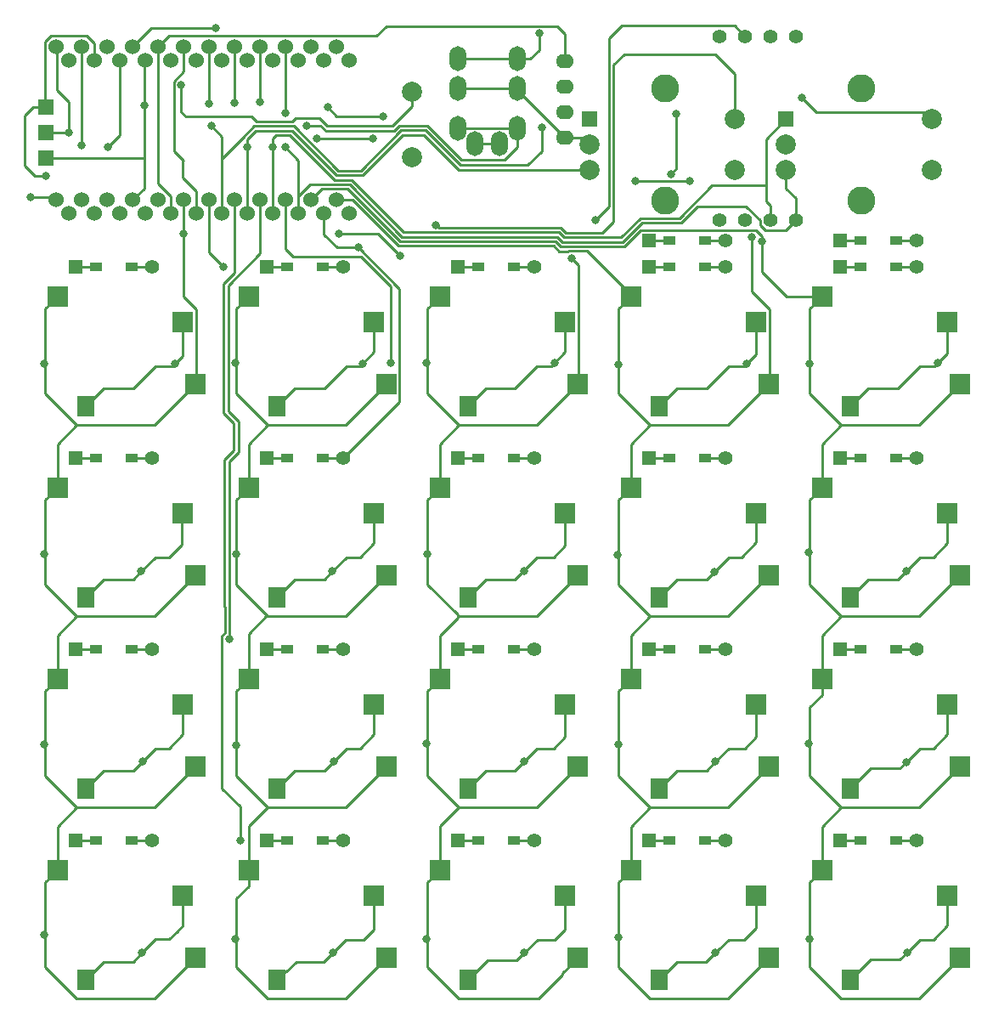
<source format=gbr>
G04 #@! TF.GenerationSoftware,KiCad,Pcbnew,(5.1.6-0-10_14)*
G04 #@! TF.CreationDate,2022-12-11T18:06:32+09:00*
G04 #@! TF.ProjectId,cool644,636f6f6c-3634-4342-9e6b-696361645f70,rev?*
G04 #@! TF.SameCoordinates,Original*
G04 #@! TF.FileFunction,Copper,L1,Top*
G04 #@! TF.FilePolarity,Positive*
%FSLAX46Y46*%
G04 Gerber Fmt 4.6, Leading zero omitted, Abs format (unit mm)*
G04 Created by KiCad (PCBNEW (5.1.6-0-10_14)) date 2022-12-11 18:06:32*
%MOMM*%
%LPD*%
G01*
G04 APERTURE LIST*
G04 #@! TA.AperFunction,SMDPad,CuDef*
%ADD10R,2.000000X2.000000*%
G04 #@! TD*
G04 #@! TA.AperFunction,SMDPad,CuDef*
%ADD11R,1.800000X2.000000*%
G04 #@! TD*
G04 #@! TA.AperFunction,SMDPad,CuDef*
%ADD12R,1.300000X0.950000*%
G04 #@! TD*
G04 #@! TA.AperFunction,ComponentPad*
%ADD13C,1.397000*%
G04 #@! TD*
G04 #@! TA.AperFunction,ComponentPad*
%ADD14R,1.397000X1.397000*%
G04 #@! TD*
G04 #@! TA.AperFunction,ComponentPad*
%ADD15O,1.700000X2.500000*%
G04 #@! TD*
G04 #@! TA.AperFunction,ComponentPad*
%ADD16C,2.000000*%
G04 #@! TD*
G04 #@! TA.AperFunction,ComponentPad*
%ADD17O,1.778000X1.397000*%
G04 #@! TD*
G04 #@! TA.AperFunction,ComponentPad*
%ADD18C,1.524000*%
G04 #@! TD*
G04 #@! TA.AperFunction,SMDPad,CuDef*
%ADD19R,1.524000X1.524000*%
G04 #@! TD*
G04 #@! TA.AperFunction,ComponentPad*
%ADD20R,1.500000X1.500000*%
G04 #@! TD*
G04 #@! TA.AperFunction,ComponentPad*
%ADD21C,2.800000*%
G04 #@! TD*
G04 #@! TA.AperFunction,ViaPad*
%ADD22C,0.800000*%
G04 #@! TD*
G04 #@! TA.AperFunction,Conductor*
%ADD23C,0.250000*%
G04 #@! TD*
G04 APERTURE END LIST*
D10*
X-5600000Y5080000D03*
X6900000Y2540000D03*
D11*
X-2800000Y-5900000D03*
D10*
X8100000Y-3700000D03*
X32500000Y5080000D03*
X45000000Y2540000D03*
D11*
X35300000Y-5900000D03*
D10*
X46200000Y-3700000D03*
D12*
X39875000Y8000000D03*
D13*
X41910000Y8000000D03*
D14*
X34290000Y8000000D03*
D12*
X36325000Y8000000D03*
X58925000Y8000000D03*
D13*
X60960000Y8000000D03*
D14*
X53340000Y8000000D03*
D12*
X55375000Y8000000D03*
X77975000Y8000000D03*
D13*
X80010000Y8000000D03*
D14*
X72390000Y8000000D03*
D12*
X74425000Y8000000D03*
X20825000Y8000000D03*
D13*
X22860000Y8000000D03*
D14*
X15240000Y8000000D03*
D12*
X17275000Y8000000D03*
D10*
X84300000Y-3700000D03*
D11*
X73400000Y-5900000D03*
D10*
X83100000Y2540000D03*
X70600000Y5080000D03*
D15*
X34280000Y21770000D03*
X38480000Y20270000D03*
X34280000Y28770000D03*
X34280000Y25770000D03*
X40230000Y28770000D03*
X40230000Y25770000D03*
X40230000Y21770000D03*
X36030000Y20270000D03*
D16*
X29750000Y25450000D03*
X29750000Y18950000D03*
D17*
X44980000Y28510000D03*
X44980000Y25970000D03*
X44980000Y23430000D03*
X44980000Y20890000D03*
D10*
X13450000Y5080000D03*
X25950000Y2540000D03*
D11*
X16250000Y-5900000D03*
D10*
X27150000Y-3700000D03*
D12*
X1775000Y-11050000D03*
D13*
X3810000Y-11050000D03*
D14*
X-3810000Y-11050000D03*
D12*
X-1775000Y-11050000D03*
X58925000Y-11050000D03*
D13*
X60960000Y-11050000D03*
D14*
X53340000Y-11050000D03*
D12*
X55375000Y-11050000D03*
X20825000Y-49150000D03*
D13*
X22860000Y-49150000D03*
D14*
X15240000Y-49150000D03*
D12*
X17275000Y-49150000D03*
X39875000Y-11050000D03*
D13*
X41910000Y-11050000D03*
D14*
X34290000Y-11050000D03*
D12*
X36325000Y-11050000D03*
X20825000Y-11050000D03*
D13*
X22860000Y-11050000D03*
D14*
X15240000Y-11050000D03*
D12*
X17275000Y-11050000D03*
X39875000Y-49150000D03*
D13*
X41910000Y-49150000D03*
D14*
X34290000Y-49150000D03*
D12*
X36325000Y-49150000D03*
X58925000Y-49150000D03*
D13*
X60960000Y-49150000D03*
D14*
X53340000Y-49150000D03*
D12*
X55375000Y-49150000D03*
D18*
X-5728000Y14696400D03*
X-3188000Y14696400D03*
X-648000Y14696400D03*
X1892000Y14696400D03*
X4432000Y14696400D03*
X6972000Y14696400D03*
X9512000Y14696400D03*
X12052000Y14696400D03*
X14592000Y14696400D03*
X17132000Y14696400D03*
X19672000Y14696400D03*
X22212000Y14696400D03*
X22212000Y29916400D03*
X19672000Y29916400D03*
X17132000Y29916400D03*
X14592000Y29916400D03*
X12052000Y29916400D03*
X9512000Y29916400D03*
X6972000Y29916400D03*
X4432000Y29916400D03*
X1892000Y29916400D03*
X-648000Y29916400D03*
X-3188000Y29916400D03*
X-5728000Y29916400D03*
X-4458000Y13370000D03*
X-1918000Y13370000D03*
X622000Y13370000D03*
X3162000Y13370000D03*
X5702000Y13370000D03*
X8242000Y13370000D03*
X10782000Y13370000D03*
X13322000Y13370000D03*
X15862000Y13370000D03*
X18402000Y13370000D03*
X20942000Y13370000D03*
X23482000Y13370000D03*
X23482000Y28610000D03*
X20942000Y28610000D03*
X18402000Y28610000D03*
X15862000Y28610000D03*
X13322000Y28610000D03*
X10782000Y28610000D03*
X8242000Y28610000D03*
X5702000Y28610000D03*
X3162000Y28610000D03*
X622000Y28610000D03*
X-1918000Y28610000D03*
X-4458000Y28610000D03*
D12*
X77955000Y10640000D03*
D13*
X79990000Y10640000D03*
D14*
X72370000Y10640000D03*
D12*
X74405000Y10640000D03*
D10*
X70600000Y-33020000D03*
X83100000Y-35560000D03*
D11*
X73400000Y-44000000D03*
D10*
X84300000Y-41800000D03*
D12*
X58925000Y-30100000D03*
D13*
X60960000Y-30100000D03*
D14*
X53340000Y-30100000D03*
D12*
X55375000Y-30100000D03*
D10*
X-5600000Y-13970000D03*
X6900000Y-16510000D03*
D11*
X-2800000Y-24950000D03*
D10*
X8100000Y-22750000D03*
X27150000Y-60850000D03*
D11*
X16250000Y-63050000D03*
D10*
X25950000Y-54610000D03*
X13450000Y-52070000D03*
X32500000Y-52070000D03*
X45000000Y-54610000D03*
D11*
X35300000Y-63050000D03*
D10*
X46200000Y-60850000D03*
X65250000Y-60850000D03*
D11*
X54350000Y-63050000D03*
D10*
X64050000Y-54610000D03*
X51550000Y-52070000D03*
X70600000Y-52070000D03*
X83100000Y-54610000D03*
D11*
X73400000Y-63050000D03*
D10*
X84300000Y-60850000D03*
X8100000Y-60850000D03*
D11*
X-2800000Y-63050000D03*
D10*
X6900000Y-54610000D03*
X-5600000Y-52070000D03*
X13450000Y-13970000D03*
X25950000Y-16510000D03*
D11*
X16250000Y-24950000D03*
D10*
X27150000Y-22750000D03*
X46200000Y-22750000D03*
D11*
X35300000Y-24950000D03*
D10*
X45000000Y-16510000D03*
X32500000Y-13970000D03*
X65250000Y-22750000D03*
D11*
X54350000Y-24950000D03*
D10*
X64050000Y-16510000D03*
X51550000Y-13970000D03*
X84300000Y-22750000D03*
D11*
X73400000Y-24950000D03*
D10*
X83100000Y-16510000D03*
X70600000Y-13970000D03*
X-5600000Y-33020000D03*
X6900000Y-35560000D03*
D11*
X-2800000Y-44000000D03*
D10*
X8100000Y-41800000D03*
X27150000Y-41800000D03*
D11*
X16250000Y-44000000D03*
D10*
X25950000Y-35560000D03*
X13450000Y-33020000D03*
X32500000Y-33020000D03*
X45000000Y-35560000D03*
D11*
X35300000Y-44000000D03*
D10*
X46200000Y-41800000D03*
X65250000Y-41800000D03*
D11*
X54350000Y-44000000D03*
D10*
X64050000Y-35560000D03*
X51550000Y-33020000D03*
D12*
X1775000Y-30100000D03*
D13*
X3810000Y-30100000D03*
D14*
X-3810000Y-30100000D03*
D12*
X-1775000Y-30100000D03*
D19*
X-6720000Y18880000D03*
X-6720000Y21420000D03*
X-6720000Y23960000D03*
D12*
X55425000Y10620000D03*
D14*
X53390000Y10620000D03*
D13*
X61010000Y10620000D03*
D12*
X58975000Y10620000D03*
X39875000Y-30100000D03*
D13*
X41910000Y-30100000D03*
D14*
X34290000Y-30100000D03*
D12*
X36325000Y-30100000D03*
X20825000Y-30100000D03*
D13*
X22860000Y-30100000D03*
D14*
X15240000Y-30100000D03*
D12*
X17275000Y-30100000D03*
X77975000Y-11050000D03*
D13*
X80010000Y-11050000D03*
D14*
X72390000Y-11050000D03*
D12*
X74425000Y-11050000D03*
X1775000Y8000000D03*
D13*
X3810000Y8000000D03*
D14*
X-3810000Y8000000D03*
D12*
X-1775000Y8000000D03*
D10*
X51550000Y5080000D03*
X64050000Y2540000D03*
D11*
X54350000Y-5900000D03*
D10*
X65250000Y-3700000D03*
D12*
X77975000Y-49150000D03*
D13*
X80010000Y-49150000D03*
D14*
X72390000Y-49150000D03*
D12*
X74425000Y-49150000D03*
X1775000Y-49150000D03*
D13*
X3810000Y-49150000D03*
D14*
X-3810000Y-49150000D03*
D12*
X-1775000Y-49150000D03*
X77975000Y-30100000D03*
D13*
X80010000Y-30100000D03*
D14*
X72390000Y-30100000D03*
D12*
X74425000Y-30100000D03*
D13*
X67990000Y30990000D03*
X65450000Y30990000D03*
X62910000Y30990000D03*
X60370000Y30990000D03*
D20*
X47420000Y22700000D03*
D16*
X47420000Y20200000D03*
X47420000Y17700000D03*
D21*
X54920000Y25800000D03*
X54920000Y14600000D03*
D16*
X61920000Y22700000D03*
X61920000Y17700000D03*
X81525001Y17700000D03*
X81525001Y22700000D03*
D21*
X74525001Y14600000D03*
X74525001Y25800000D03*
D16*
X67025001Y17700000D03*
X67025001Y20200000D03*
D20*
X67025001Y22700000D03*
D13*
X67970000Y12660000D03*
X65430000Y12660000D03*
X62890000Y12660000D03*
X60350000Y12660000D03*
D22*
X6130500Y-1620500D03*
X24840000Y-1610000D03*
X43918501Y-1568501D03*
X63110000Y-1630000D03*
X82150000Y-1570000D03*
X2759499Y-22289499D03*
X21775000Y-22335000D03*
X40900000Y-22320000D03*
X59885000Y-22385000D03*
X78969499Y-22279499D03*
X2854499Y-41244499D03*
X21914499Y-41234499D03*
X40920000Y-41270000D03*
X59984499Y-41264499D03*
X78974499Y-41324499D03*
X2834499Y-60314499D03*
X21854499Y-60344499D03*
X40929499Y-60319499D03*
X59925000Y-60345000D03*
X79064499Y-60284499D03*
X24396000Y9916000D03*
X11523501Y-29076499D03*
X12615000Y-49145000D03*
X-6900000Y-1640000D03*
X-6900000Y-20620000D03*
X-6900000Y-39580000D03*
X-6900000Y-58530000D03*
X32090000Y12185020D03*
X28560000Y9120000D03*
X22460000Y11310000D03*
X6972000Y11308000D03*
X12150000Y-1570000D03*
X12224999Y-20585001D03*
X12224999Y-39695001D03*
X12150000Y-58930000D03*
X10970000Y7980000D03*
X26810000Y23020000D03*
X21360000Y23890000D03*
X68610000Y24860000D03*
X31200000Y-1580000D03*
X31274999Y-20615001D03*
X31200000Y-39450000D03*
X31200000Y-58960000D03*
X27620000Y-1550000D03*
X45670000Y8870000D03*
X48020000Y12680000D03*
X50324999Y-1715001D03*
X50250000Y-20680000D03*
X50324999Y-39595001D03*
X50324999Y-58755001D03*
X63637347Y10957347D03*
X-8290000Y14920000D03*
X-6750000Y17060000D03*
X10160000Y31760000D03*
X-3190000Y20130000D03*
X42410000Y31255000D03*
X3020000Y24080000D03*
X19260000Y22070000D03*
X-4458000Y21418000D03*
X69374999Y-1645001D03*
X69300000Y-20430000D03*
X69300000Y-39480000D03*
X69374999Y-58925001D03*
X64640000Y10570000D03*
X25810000Y20800000D03*
X20260000Y20800000D03*
X12000000Y24370000D03*
X13320000Y19905567D03*
X52000000Y16560000D03*
X57450000Y16530000D03*
X9710000Y22030000D03*
X9512000Y24262000D03*
X42673510Y21913510D03*
X55560000Y17255000D03*
X56080000Y23210000D03*
X14540000Y24410000D03*
X15862000Y19905567D03*
X17100000Y23375000D03*
X17080000Y19940000D03*
X-570000Y19930000D03*
X6740000Y26150000D03*
D23*
X6900000Y2540000D02*
X6900000Y-850000D01*
X5875001Y-1874999D02*
X4125001Y-1874999D01*
X6900000Y-850000D02*
X5875001Y-1874999D01*
X1925001Y-4074999D02*
X-974999Y-4074999D01*
X-974999Y-4074999D02*
X-2800000Y-5900000D01*
X4125001Y-1874999D02*
X1925001Y-4074999D01*
X-3810000Y8000000D02*
X-1775000Y8000000D01*
X25950000Y-487002D02*
X24910000Y-1527002D01*
X25950000Y2540000D02*
X25950000Y-487002D01*
X24910000Y-1527002D02*
X24910000Y-1540000D01*
X24575001Y-1874999D02*
X23173999Y-1874999D01*
X24910000Y-1540000D02*
X24840000Y-1610000D01*
X18075001Y-4074999D02*
X16250000Y-5900000D01*
X20973999Y-4074999D02*
X18075001Y-4074999D01*
X23173999Y-1874999D02*
X20973999Y-4074999D01*
X24840000Y-1610000D02*
X24575001Y-1874999D01*
X15240000Y8000000D02*
X17275000Y8000000D01*
X45000000Y2540000D02*
X45000000Y-470000D01*
X43595001Y-1874999D02*
X42205001Y-1874999D01*
X45000000Y-470000D02*
X43595001Y-1874999D01*
X37125001Y-4074999D02*
X35300000Y-5900000D01*
X40005001Y-4074999D02*
X37125001Y-4074999D01*
X42205001Y-1874999D02*
X40005001Y-4074999D01*
X34290000Y8000000D02*
X36325000Y8000000D01*
X64050000Y2540000D02*
X64050000Y-690000D01*
X62865001Y-1874999D02*
X61273999Y-1874999D01*
X64050000Y-690000D02*
X63110000Y-1630000D01*
X56175001Y-4074999D02*
X54350000Y-5900000D01*
X59073999Y-4074999D02*
X56175001Y-4074999D01*
X61273999Y-1874999D02*
X59073999Y-4074999D01*
X63110000Y-1630000D02*
X62865001Y-1874999D01*
X53340000Y8000000D02*
X55375000Y8000000D01*
X83100000Y2540000D02*
X83100000Y-600000D01*
X81825001Y-1874999D02*
X80335001Y-1874999D01*
X83100000Y-600000D02*
X81825001Y-1874999D01*
X75225001Y-4074999D02*
X73400000Y-5900000D01*
X78135001Y-4074999D02*
X75225001Y-4074999D01*
X80335001Y-1874999D02*
X78135001Y-4074999D01*
X72390000Y8000000D02*
X74425000Y8000000D01*
X6775001Y-16634999D02*
X6900000Y-16510000D01*
X5512003Y-20924999D02*
X6775001Y-19662001D01*
X6775001Y-19662001D02*
X6775001Y-16634999D01*
X4123999Y-20924999D02*
X5512003Y-20924999D01*
X1923999Y-23124999D02*
X2759499Y-22289499D01*
X-974999Y-23124999D02*
X1923999Y-23124999D01*
X-2800000Y-24950000D02*
X-974999Y-23124999D01*
X2759499Y-22289499D02*
X4123999Y-20924999D01*
X-3810000Y-11050000D02*
X-1775000Y-11050000D01*
X25950000Y-16510000D02*
X25950000Y-19530000D01*
X24555001Y-20924999D02*
X23185001Y-20924999D01*
X25950000Y-19530000D02*
X24555001Y-20924999D01*
X18075001Y-23124999D02*
X16250000Y-24950000D01*
X20985001Y-23124999D02*
X18075001Y-23124999D01*
X23185001Y-20924999D02*
X21775000Y-22335000D01*
X21775000Y-22335000D02*
X20985001Y-23124999D01*
X15240000Y-11050000D02*
X17275000Y-11050000D01*
X45000000Y-16510000D02*
X45000000Y-19790000D01*
X43865001Y-20924999D02*
X42185001Y-20924999D01*
X45000000Y-19790000D02*
X43865001Y-20924999D01*
X37125001Y-23124999D02*
X35300000Y-24950000D01*
X39985001Y-23124999D02*
X37125001Y-23124999D01*
X42185001Y-20924999D02*
X39985001Y-23124999D01*
X34290000Y-11050000D02*
X36325000Y-11050000D01*
X64050000Y-19460000D02*
X62585001Y-20924999D01*
X64050000Y-16510000D02*
X64050000Y-19460000D01*
X62585001Y-20924999D02*
X61345001Y-20924999D01*
X56175001Y-23124999D02*
X54350000Y-24950000D01*
X59145001Y-23124999D02*
X56175001Y-23124999D01*
X61345001Y-20924999D02*
X59885000Y-22385000D01*
X59885000Y-22385000D02*
X59145001Y-23124999D01*
X53340000Y-11050000D02*
X55375000Y-11050000D01*
X75225001Y-23124999D02*
X73400000Y-24950000D01*
X78123999Y-23124999D02*
X75225001Y-23124999D01*
X80323999Y-20924999D02*
X78969499Y-22279499D01*
X81712003Y-20924999D02*
X80323999Y-20924999D01*
X83100000Y-19537002D02*
X81712003Y-20924999D01*
X83100000Y-16510000D02*
X83100000Y-19537002D01*
X78969499Y-22279499D02*
X78123999Y-23124999D01*
X72390000Y-11050000D02*
X74425000Y-11050000D01*
X6900000Y-35560000D02*
X6900000Y-38600000D01*
X5525001Y-39974999D02*
X4165001Y-39974999D01*
X6900000Y-38600000D02*
X5525001Y-39974999D01*
X-974999Y-42174999D02*
X-2800000Y-44000000D01*
X1965001Y-42174999D02*
X-974999Y-42174999D01*
X4165001Y-39974999D02*
X1965001Y-42174999D01*
X-3810000Y-30100000D02*
X-1775000Y-30100000D01*
X25950000Y-35560000D02*
X25950000Y-38600000D01*
X25950000Y-38600000D02*
X24575001Y-39974999D01*
X24575001Y-39974999D02*
X23195001Y-39974999D01*
X18075001Y-42174999D02*
X16250000Y-44000000D01*
X20995001Y-42174999D02*
X18075001Y-42174999D01*
X23195001Y-39974999D02*
X20995001Y-42174999D01*
X17275000Y-30100000D02*
X15240000Y-30100000D01*
X45000000Y-35560000D02*
X45000000Y-38830000D01*
X45000000Y-38830000D02*
X43855001Y-39974999D01*
X43855001Y-39974999D02*
X42215001Y-39974999D01*
X37125001Y-42174999D02*
X35300000Y-44000000D01*
X40015001Y-42174999D02*
X37125001Y-42174999D01*
X42215001Y-39974999D02*
X40920000Y-41270000D01*
X40920000Y-41270000D02*
X40015001Y-42174999D01*
X34290000Y-30100000D02*
X36325000Y-30100000D01*
X64050000Y-35560000D02*
X64050000Y-38830000D01*
X62905001Y-39974999D02*
X61273999Y-39974999D01*
X64050000Y-38830000D02*
X62905001Y-39974999D01*
X56175001Y-42174999D02*
X54350000Y-44000000D01*
X59073999Y-42174999D02*
X56175001Y-42174999D01*
X61273999Y-39974999D02*
X59984499Y-41264499D01*
X59984499Y-41264499D02*
X59073999Y-42174999D01*
X55375000Y-30100000D02*
X53340000Y-30100000D01*
X81712003Y-39974999D02*
X83100000Y-38587002D01*
X83100000Y-38587002D02*
X83100000Y-35560000D01*
X80323999Y-39974999D02*
X81712003Y-39974999D01*
X78358998Y-41940000D02*
X78974499Y-41324499D01*
X75460000Y-41940000D02*
X78358998Y-41940000D01*
X73400000Y-44000000D02*
X75460000Y-41940000D01*
X78974499Y-41324499D02*
X80323999Y-39974999D01*
X72390000Y-30100000D02*
X74425000Y-30100000D01*
X-974999Y-61224999D02*
X1923999Y-61224999D01*
X-2800000Y-63050000D02*
X-974999Y-61224999D01*
X6900000Y-57637002D02*
X6900000Y-54610000D01*
X6358501Y-58178501D02*
X6351499Y-58178501D01*
X6358501Y-58178501D02*
X6900000Y-57637002D01*
X5535501Y-58994499D02*
X4154499Y-58994499D01*
X6351499Y-58178501D02*
X5535501Y-58994499D01*
X1923999Y-61224999D02*
X2834499Y-60314499D01*
X2834499Y-60314499D02*
X4154499Y-58994499D01*
X-3810000Y-49150000D02*
X-1775000Y-49150000D01*
X25950000Y-54610000D02*
X25950000Y-58010000D01*
X25950000Y-58010000D02*
X24940000Y-59020000D01*
X24940000Y-59020000D02*
X23160000Y-59020000D01*
X17080000Y-62220000D02*
X16250000Y-63050000D01*
X17190000Y-62220000D02*
X17080000Y-62220000D01*
X18185001Y-61224999D02*
X17190000Y-62220000D01*
X20955001Y-61224999D02*
X18185001Y-61224999D01*
X23160000Y-59020000D02*
X20955001Y-61224999D01*
X15240000Y-49150000D02*
X17275000Y-49150000D01*
X45000000Y-58010000D02*
X45000000Y-54610000D01*
X43990000Y-59020000D02*
X45000000Y-58010000D01*
X42228998Y-59020000D02*
X43990000Y-59020000D01*
X35300000Y-63050000D02*
X37250000Y-61100000D01*
X40148998Y-61100000D02*
X40929499Y-60319499D01*
X37250000Y-61100000D02*
X40148998Y-61100000D01*
X40929499Y-60319499D02*
X42228998Y-59020000D01*
X34290000Y-49150000D02*
X36325000Y-49150000D01*
X59045001Y-61224999D02*
X56175001Y-61224999D01*
X60296001Y-59973999D02*
X59925000Y-60345000D01*
X60324999Y-59973999D02*
X60296001Y-59973999D01*
X64050000Y-57829998D02*
X62854999Y-59024999D01*
X61273999Y-59024999D02*
X60324999Y-59973999D01*
X62854999Y-59024999D02*
X61273999Y-59024999D01*
X56175001Y-61224999D02*
X54350000Y-63050000D01*
X64050000Y-54610000D02*
X64050000Y-57829998D01*
X59925000Y-60345000D02*
X59045001Y-61224999D01*
X53340000Y-49150000D02*
X55375000Y-49150000D01*
X73400000Y-63050000D02*
X75450000Y-61000000D01*
X75450000Y-61000000D02*
X78370000Y-61000000D01*
X78370000Y-60978998D02*
X79064499Y-60284499D01*
X78370000Y-61000000D02*
X78370000Y-60978998D01*
X81712003Y-59024999D02*
X83100000Y-57637002D01*
X83100000Y-57637002D02*
X83100000Y-54610000D01*
X80323999Y-59024999D02*
X81712003Y-59024999D01*
X79064499Y-60284499D02*
X80323999Y-59024999D01*
X72390000Y-49150000D02*
X74425000Y-49150000D01*
X77975000Y8000000D02*
X80010000Y8000000D01*
X58925000Y8000000D02*
X60960000Y8000000D01*
X39875000Y8000000D02*
X41910000Y8000000D01*
X20825000Y8000000D02*
X22860000Y8000000D01*
X1775000Y8000000D02*
X3810000Y8000000D01*
X1775000Y-11050000D02*
X3810000Y-11050000D01*
X20825000Y-11050000D02*
X22860000Y-11050000D01*
X39875000Y-11050000D02*
X41910000Y-11050000D01*
X58925000Y-11050000D02*
X60960000Y-11050000D01*
X77975000Y-11050000D02*
X80010000Y-11050000D01*
X28475001Y-5434999D02*
X22860000Y-11050000D01*
X28475001Y5836999D02*
X28475001Y-5434999D01*
X24396000Y9916000D02*
X28475001Y5836999D01*
X24396000Y9916000D02*
X22244000Y9916000D01*
X20942000Y11218000D02*
X20942000Y13370000D01*
X22244000Y9916000D02*
X20942000Y11218000D01*
X77975000Y-30100000D02*
X80010000Y-30100000D01*
X60960000Y-30100000D02*
X58925000Y-30100000D01*
X39875000Y-30100000D02*
X41910000Y-30100000D01*
X22860000Y-30100000D02*
X20825000Y-30100000D01*
X3810000Y-30100000D02*
X1775000Y-30100000D01*
X11424999Y6167001D02*
X11424999Y-6364999D01*
X14592000Y9334002D02*
X11424999Y6167001D01*
X14592000Y14696400D02*
X14592000Y9334002D01*
X11424999Y-6364999D02*
X12440000Y-7380000D01*
X12440000Y-7380000D02*
X12440000Y-10470000D01*
X11499998Y-11410002D02*
X11499998Y-25649998D01*
X12440000Y-10470000D02*
X11499998Y-11410002D01*
X11523501Y-25673501D02*
X11523501Y-29076499D01*
X11499998Y-25649998D02*
X11523501Y-25673501D01*
X3810000Y-49150000D02*
X1775000Y-49150000D01*
X22860000Y-49150000D02*
X20825000Y-49150000D01*
X41910000Y-49150000D02*
X39875000Y-49150000D01*
X60960000Y-49150000D02*
X58925000Y-49150000D01*
X80010000Y-49150000D02*
X77975000Y-49150000D01*
X12615000Y-45775000D02*
X12615000Y-49145000D01*
X10798500Y-28728498D02*
X10798500Y-43958500D01*
X11073491Y-25893491D02*
X11073491Y-28453507D01*
X11049988Y-25869988D02*
X11073491Y-25893491D01*
X11049988Y-11223602D02*
X11049988Y-25869988D01*
X11989990Y-10283600D02*
X11049988Y-11223602D01*
X11989990Y-7566400D02*
X11989990Y-10283600D01*
X10974989Y6353401D02*
X10974990Y-6551400D01*
X10974990Y-6551400D02*
X11989990Y-7566400D01*
X10798500Y-43958500D02*
X12615000Y-45775000D01*
X12052000Y7430412D02*
X10974989Y6353401D01*
X11073491Y-28453507D02*
X10798500Y-28728498D01*
X12052000Y14696400D02*
X12052000Y7430412D01*
X4074999Y-64875001D02*
X8100000Y-60850000D01*
X-3676001Y-64875001D02*
X4074999Y-64875001D01*
X-6825001Y-61726001D02*
X-3676001Y-64875001D01*
X-6825001Y-53295001D02*
X-6825001Y-61726001D01*
X-5600000Y-52070000D02*
X-6825001Y-53295001D01*
X-3676001Y-45825001D02*
X4074999Y-45825001D01*
X4074999Y-45825001D02*
X8100000Y-41800000D01*
X-6825001Y-34245001D02*
X-6825001Y-42676001D01*
X-6825001Y-42676001D02*
X-3676001Y-45825001D01*
X-5600000Y-33020000D02*
X-6825001Y-34245001D01*
X-3676001Y-26775001D02*
X4074999Y-26775001D01*
X-6825001Y-23626001D02*
X-3676001Y-26775001D01*
X-6825001Y-15195001D02*
X-6825001Y-23626001D01*
X4074999Y-26775001D02*
X8100000Y-22750000D01*
X-5600000Y-13970000D02*
X-6825001Y-15195001D01*
X4074999Y-7725001D02*
X8100000Y-3700000D01*
X-3676001Y-7725001D02*
X4074999Y-7725001D01*
X-6825001Y-4576001D02*
X-3676001Y-7725001D01*
X-6825001Y3854999D02*
X-6825001Y-4576001D01*
X-5600000Y5080000D02*
X-6825001Y3854999D01*
X-5600000Y-47749000D02*
X-3676001Y-45825001D01*
X-5600000Y-52070000D02*
X-5600000Y-47749000D01*
X-5600000Y-28699000D02*
X-3676001Y-26775001D01*
X-5600000Y-33020000D02*
X-5600000Y-28699000D01*
X-5600000Y-9649000D02*
X-3676001Y-7725001D01*
X-5600000Y-13970000D02*
X-5600000Y-9649000D01*
X8225001Y3800001D02*
X8225001Y-3574999D01*
X6972000Y5053002D02*
X8225001Y3800001D01*
X8225001Y-3574999D02*
X8100000Y-3700000D01*
X43996424Y11910026D02*
X43996420Y11910030D01*
X44575614Y11910026D02*
X43996424Y11910026D01*
X45090599Y11395041D02*
X44575614Y11910026D01*
X43996420Y11910030D02*
X36839970Y11910030D01*
X36839970Y11910030D02*
X32449970Y11910030D01*
X32174980Y12185020D02*
X32090000Y12185020D01*
X32449970Y11910030D02*
X32174980Y12185020D01*
X26370000Y11310000D02*
X22460000Y11310000D01*
X28560000Y9120000D02*
X26370000Y11310000D01*
X6972000Y11308000D02*
X6972000Y5053002D01*
X6972000Y14696400D02*
X6972000Y11308000D01*
X61920000Y22700000D02*
X61920000Y27260000D01*
X61920000Y27260000D02*
X59980000Y29200000D01*
X59980000Y29200000D02*
X50890000Y29200000D01*
X50890000Y29200000D02*
X49810010Y28120010D01*
X45555041Y11395041D02*
X48705041Y11395041D01*
X46023023Y11395041D02*
X45555041Y11395041D01*
X45555041Y11395041D02*
X45090599Y11395041D01*
X49810010Y12500010D02*
X49810010Y15850010D01*
X48705041Y11395041D02*
X49810010Y12500010D01*
X49810010Y15850010D02*
X49810010Y15182028D01*
X49810010Y28120010D02*
X49810010Y15850010D01*
X23124999Y-64875001D02*
X27150000Y-60850000D01*
X12224999Y-61726001D02*
X15373999Y-64875001D01*
X12224999Y-54923999D02*
X12224999Y-61726001D01*
X15373999Y-64875001D02*
X23124999Y-64875001D01*
X13450000Y-53698998D02*
X12224999Y-54923999D01*
X13450000Y-52070000D02*
X13450000Y-53698998D01*
X23124999Y-45825001D02*
X27150000Y-41800000D01*
X15373999Y-45825001D02*
X23124999Y-45825001D01*
X12224999Y-42676001D02*
X15373999Y-45825001D01*
X12224999Y-34245001D02*
X12224999Y-39695001D01*
X13450000Y-33020000D02*
X12224999Y-34245001D01*
X15373999Y-26775001D02*
X23124999Y-26775001D01*
X23124999Y-26775001D02*
X27150000Y-22750000D01*
X12224999Y-15195001D02*
X12224999Y-20585001D01*
X13450000Y-13970000D02*
X12224999Y-15195001D01*
X23124999Y-7725001D02*
X27150000Y-3700000D01*
X15373999Y-7725001D02*
X23124999Y-7725001D01*
X12224999Y3854999D02*
X12224999Y-4576001D01*
X12224999Y-4576001D02*
X15373999Y-7725001D01*
X13450000Y5080000D02*
X12224999Y3854999D01*
X12224999Y-20585001D02*
X12224999Y-23626001D01*
X12224999Y-39695001D02*
X12224999Y-42676001D01*
X13450000Y-48957998D02*
X13460000Y-48947998D01*
X13450000Y-52070000D02*
X13450000Y-48957998D01*
X13460000Y-47739000D02*
X15373999Y-45825001D01*
X13460000Y-48947998D02*
X13460000Y-47739000D01*
X13450000Y-28540000D02*
X15294499Y-26695501D01*
X13450000Y-33020000D02*
X13450000Y-28540000D01*
X15294499Y-26695501D02*
X15373999Y-26775001D01*
X12224999Y-23626001D02*
X15294499Y-26695501D01*
X13450000Y-9649000D02*
X15373999Y-7725001D01*
X13450000Y-13970000D02*
X13450000Y-9649000D01*
X9512000Y9438000D02*
X10970000Y7980000D01*
X9512000Y14696400D02*
X9512000Y9438000D01*
X22230000Y23020000D02*
X21360000Y23890000D01*
X26810000Y23020000D02*
X22230000Y23020000D01*
X68610000Y24860000D02*
X70030000Y23440000D01*
X80785001Y23440000D02*
X81525001Y22700000D01*
X70030000Y23440000D02*
X80785001Y23440000D01*
X44730000Y-62370000D02*
X46200000Y-60900000D01*
X44730000Y-62530000D02*
X44730000Y-62370000D01*
X34423999Y-64875001D02*
X42384999Y-64875001D01*
X31274999Y-61726001D02*
X34423999Y-64875001D01*
X46200000Y-60900000D02*
X46200000Y-60850000D01*
X32500000Y-52070000D02*
X31274999Y-53295001D01*
X42384999Y-64875001D02*
X44730000Y-62530000D01*
X31274999Y-53295001D02*
X31274999Y-61726001D01*
X42174999Y-45825001D02*
X46200000Y-41800000D01*
X31274999Y-42676001D02*
X34423999Y-45825001D01*
X34423999Y-45825001D02*
X42174999Y-45825001D01*
X31274999Y-34245001D02*
X31274999Y-42676001D01*
X32500000Y-33020000D02*
X31274999Y-34245001D01*
X34625001Y-26775001D02*
X42174999Y-26775001D01*
X42174999Y-26775001D02*
X46200000Y-22750000D01*
X31274999Y-15195001D02*
X31274999Y-20615001D01*
X32500000Y-13970000D02*
X31274999Y-15195001D01*
X42174999Y-7725001D02*
X46200000Y-3700000D01*
X34423999Y-7725001D02*
X42174999Y-7725001D01*
X31274999Y-4576001D02*
X34423999Y-7725001D01*
X31274999Y3854999D02*
X31274999Y-4576001D01*
X32500000Y5080000D02*
X31274999Y3854999D01*
X32500000Y-48957998D02*
X32520000Y-48937998D01*
X32500000Y-52070000D02*
X32500000Y-48957998D01*
X32520000Y-47729000D02*
X34423999Y-45825001D01*
X32520000Y-48937998D02*
X32520000Y-47729000D01*
X31274999Y-23626001D02*
X31274999Y-20615001D01*
X34625001Y-26775001D02*
X34423999Y-26775001D01*
X34289499Y-26640501D02*
X34289499Y-26960501D01*
X34423999Y-26775001D02*
X34289499Y-26640501D01*
X34289499Y-26640501D02*
X31274999Y-23626001D01*
X32500000Y-28750000D02*
X32500000Y-29330000D01*
X32500000Y-29330000D02*
X32500000Y-29050000D01*
X34289499Y-26960501D02*
X32500000Y-28750000D01*
X32500000Y-33020000D02*
X32500000Y-29330000D01*
X32500000Y-9649000D02*
X34423999Y-7725001D01*
X32500000Y-13970000D02*
X32500000Y-9649000D01*
X17132000Y13562000D02*
X17132000Y14696400D01*
X17916499Y9023501D02*
X17132000Y9808000D01*
X27620000Y6055590D02*
X24652089Y9023501D01*
X24652089Y9023501D02*
X17916499Y9023501D01*
X17132000Y9808000D02*
X17132000Y13562000D01*
X27620000Y-1550000D02*
X27620000Y6055590D01*
X46325001Y8214999D02*
X46325001Y-3574999D01*
X46325001Y-3574999D02*
X46200000Y-3700000D01*
X45670000Y8870000D02*
X46325001Y8214999D01*
X62910000Y30990000D02*
X61886499Y32013501D01*
X50613501Y32013501D02*
X49360000Y30760000D01*
X61886499Y32013501D02*
X50613501Y32013501D01*
X49360000Y30760000D02*
X49360000Y16235762D01*
X49360000Y16235762D02*
X49360000Y14020000D01*
X49360000Y14020000D02*
X48020000Y12680000D01*
X53473999Y-64875001D02*
X61224999Y-64875001D01*
X61224999Y-64875001D02*
X65250000Y-60850000D01*
X50324999Y-53295001D02*
X50324999Y-58755001D01*
X50324999Y-61726001D02*
X53473999Y-64875001D01*
X51550000Y-52070000D02*
X50324999Y-53295001D01*
X61224999Y-45825001D02*
X65250000Y-41800000D01*
X50324999Y-42676001D02*
X53473999Y-45825001D01*
X53473999Y-45825001D02*
X61224999Y-45825001D01*
X50324999Y-34245001D02*
X50324999Y-39595001D01*
X51550000Y-33020000D02*
X50324999Y-34245001D01*
X50324999Y-23626001D02*
X53473999Y-26775001D01*
X61224999Y-26775001D02*
X65250000Y-22750000D01*
X50324999Y-15195001D02*
X50324999Y-23626001D01*
X53473999Y-26775001D02*
X61224999Y-26775001D01*
X51550000Y-13970000D02*
X50324999Y-15195001D01*
X61224999Y-7725001D02*
X65250000Y-3700000D01*
X53473999Y-7725001D02*
X61224999Y-7725001D01*
X50324999Y-4576001D02*
X53473999Y-7725001D01*
X50324999Y3854999D02*
X50324999Y-1715001D01*
X51550000Y5080000D02*
X50324999Y3854999D01*
X50324999Y-1715001D02*
X50324999Y-4576001D01*
X50324999Y-39595001D02*
X50324999Y-42676001D01*
X50324999Y-58755001D02*
X50324999Y-61726001D01*
X51550000Y-47749000D02*
X53473999Y-45825001D01*
X51550000Y-52070000D02*
X51550000Y-47749000D01*
X51550000Y-28699000D02*
X53473999Y-26775001D01*
X51550000Y-33020000D02*
X51550000Y-28699000D01*
X51550000Y-9649000D02*
X53473999Y-7725001D01*
X51550000Y-13970000D02*
X51550000Y-9649000D01*
X63637347Y5537655D02*
X63637347Y10957347D01*
X65375001Y3800001D02*
X63637347Y5537655D01*
X65375001Y-3574999D02*
X65375001Y3800001D01*
X65250000Y-3700000D02*
X65375001Y-3574999D01*
X51550000Y5220000D02*
X51550000Y5080000D01*
X45321999Y9595001D02*
X47174999Y9595001D01*
X45296998Y9570000D02*
X45321999Y9595001D01*
X44370000Y9570000D02*
X45296998Y9570000D01*
X43830010Y10109990D02*
X44370000Y9570000D01*
X28350772Y10109990D02*
X43830010Y10109990D01*
X23764362Y14696400D02*
X28350772Y10109990D01*
X47174999Y9595001D02*
X51550000Y5220000D01*
X22212000Y14696400D02*
X23764362Y14696400D01*
X-5951600Y14920000D02*
X-5728000Y14696400D01*
X-8290000Y14920000D02*
X-5951600Y14920000D01*
X-6720000Y23960000D02*
X-7990000Y23960000D01*
X-7990000Y23960000D02*
X-8850000Y23100000D01*
X-8850000Y23100000D02*
X-8850000Y18080000D01*
X-7830000Y17060000D02*
X-6750000Y17060000D01*
X-8850000Y18080000D02*
X-7830000Y17060000D01*
X-6815001Y24055001D02*
X-6720000Y23960000D01*
X-6815001Y30438161D02*
X-6815001Y24055001D01*
X-6249761Y31003401D02*
X-6815001Y30438161D01*
X-2666239Y31003401D02*
X-6249761Y31003401D01*
X-1918000Y30255162D02*
X-2666239Y31003401D01*
X-1918000Y28610000D02*
X-1918000Y30255162D01*
X34280000Y25770000D02*
X40230000Y25770000D01*
X40230000Y25640000D02*
X44980000Y20890000D01*
X40230000Y25770000D02*
X40230000Y25640000D01*
X46730000Y20890000D02*
X47420000Y20200000D01*
X44980000Y20890000D02*
X46730000Y20890000D01*
X3735600Y31760000D02*
X1892000Y29916400D01*
X10160000Y31760000D02*
X3735600Y31760000D01*
X-3188000Y20132000D02*
X-3190000Y20130000D01*
X-3188000Y29916400D02*
X-3188000Y20132000D01*
X34280000Y28770000D02*
X40230000Y28770000D01*
X42410000Y31255000D02*
X42410000Y29640000D01*
X41540000Y28770000D02*
X40230000Y28770000D01*
X42410000Y29640000D02*
X41540000Y28770000D01*
X3020000Y28468000D02*
X3162000Y28610000D01*
X3020000Y24080000D02*
X3020000Y28468000D01*
X3020000Y15824400D02*
X1892000Y14696400D01*
X-6720000Y18880000D02*
X2960000Y18880000D01*
X2960000Y18880000D02*
X3020000Y18820000D01*
X3020000Y18820000D02*
X3020000Y15824400D01*
X3020000Y24080000D02*
X3020000Y18820000D01*
X40154990Y21845010D02*
X40230000Y21770000D01*
X34355010Y21845010D02*
X40154990Y21845010D01*
X34280000Y21770000D02*
X34355010Y21845010D01*
X40230000Y19958285D02*
X40230000Y21770000D01*
X38966705Y18694990D02*
X40230000Y19958285D01*
X28463590Y22070000D02*
X31281875Y22070000D01*
X27918591Y21525001D02*
X28463590Y22070000D01*
X34656885Y18694990D02*
X38966705Y18694990D01*
X31281875Y22070000D02*
X34656885Y18694990D01*
X21164999Y21525001D02*
X27918591Y21525001D01*
X20620000Y22070000D02*
X21164999Y21525001D01*
X19260000Y22070000D02*
X20620000Y22070000D01*
X-4460000Y21420000D02*
X-4458000Y21418000D01*
X-6720000Y21420000D02*
X-4460000Y21420000D01*
X-5632999Y29821399D02*
X-5632999Y25622999D01*
X-5728000Y29916400D02*
X-5632999Y29821399D01*
X-4458000Y24448000D02*
X-4458000Y21418000D01*
X-5632999Y25622999D02*
X-4458000Y24448000D01*
X69374999Y-61726001D02*
X72523999Y-64875001D01*
X69374999Y-53295001D02*
X69374999Y-58925001D01*
X80274999Y-64875001D02*
X84300000Y-60850000D01*
X72523999Y-64875001D02*
X80274999Y-64875001D01*
X70600000Y-52070000D02*
X69374999Y-53295001D01*
X69374999Y-42676001D02*
X72523999Y-45825001D01*
X69374999Y-35873999D02*
X69374999Y-42676001D01*
X80274999Y-45825001D02*
X84300000Y-41800000D01*
X72523999Y-45825001D02*
X80274999Y-45825001D01*
X70600000Y-34648998D02*
X69374999Y-35873999D01*
X70600000Y-33020000D02*
X70600000Y-34648998D01*
X69374999Y-15195001D02*
X69374999Y-23626001D01*
X80274999Y-26775001D02*
X84300000Y-22750000D01*
X72523999Y-26775001D02*
X80274999Y-26775001D01*
X69374999Y-23626001D02*
X72523999Y-26775001D01*
X70600000Y-13970000D02*
X69374999Y-15195001D01*
X72523999Y-7725001D02*
X80274999Y-7725001D01*
X69374999Y-4576001D02*
X72523999Y-7725001D01*
X80274999Y-7725001D02*
X84300000Y-3700000D01*
X69374999Y3854999D02*
X69374999Y-1645001D01*
X70600000Y5080000D02*
X69374999Y3854999D01*
X69374999Y-1645001D02*
X69374999Y-4576001D01*
X69374999Y-58925001D02*
X69374999Y-61726001D01*
X70600000Y-47749000D02*
X72523999Y-45825001D01*
X70600000Y-52070000D02*
X70600000Y-47749000D01*
X70600000Y-28699000D02*
X72523999Y-26775001D01*
X70600000Y-33020000D02*
X70600000Y-28699000D01*
X70600000Y-9649000D02*
X72523999Y-7725001D01*
X70600000Y-13970000D02*
X70600000Y-9649000D01*
X70600000Y5080000D02*
X67060000Y5080000D01*
X67060000Y5080000D02*
X64640000Y7500000D01*
X64640000Y7500000D02*
X64640000Y10570000D01*
X23313771Y15783401D02*
X20759001Y15783401D01*
X20759001Y15783401D02*
X19672000Y14696400D01*
X28537172Y10560000D02*
X23313771Y15783401D01*
X44016411Y10559999D02*
X28537172Y10560000D01*
X44531399Y10045011D02*
X44016411Y10559999D01*
X50925011Y10045011D02*
X44531399Y10045011D01*
X52523501Y11643501D02*
X50925011Y10045011D01*
X60848283Y11643501D02*
X60841281Y11636499D01*
X54724495Y11643501D02*
X52523501Y11643501D01*
X60841281Y11636499D02*
X54731497Y11636499D01*
X61501281Y11643501D02*
X60848283Y11643501D01*
X63381281Y11636499D02*
X61508283Y11636499D01*
X61508283Y11636499D02*
X61501281Y11643501D01*
X63427130Y11682348D02*
X63381281Y11636499D01*
X63985348Y11682348D02*
X63427130Y11682348D01*
X64640000Y11027696D02*
X63985348Y11682348D01*
X64640000Y10570000D02*
X64640000Y11027696D01*
X55425000Y10620000D02*
X53390000Y10620000D01*
X61010000Y10620000D02*
X58975000Y10620000D01*
X25810000Y20800000D02*
X20260000Y20800000D01*
X77955000Y10640000D02*
X79990000Y10640000D01*
X72370000Y10640000D02*
X74405000Y10640000D01*
X8242000Y14808000D02*
X8242000Y15035162D01*
X8242000Y13370000D02*
X8242000Y14808000D01*
X6920000Y18630000D02*
X6014999Y19535001D01*
X6900000Y18610000D02*
X6920000Y18630000D01*
X6014999Y19535001D02*
X6014999Y26498001D01*
X6900000Y16910000D02*
X6900000Y18610000D01*
X6972000Y27455002D02*
X6972000Y29916400D01*
X6014999Y26498001D02*
X6972000Y27455002D01*
X8242000Y15568000D02*
X6900000Y16910000D01*
X8242000Y14808000D02*
X8242000Y15568000D01*
X5702000Y13370000D02*
X5702000Y15035162D01*
X4432000Y16305162D02*
X5702000Y15035162D01*
X4432000Y29916400D02*
X4432000Y17862000D01*
X4432000Y17862000D02*
X4432000Y16305162D01*
X27150000Y31980000D02*
X26173401Y31003401D01*
X5519001Y31003401D02*
X4432000Y29916400D01*
X26173401Y31003401D02*
X5519001Y31003401D01*
X31590000Y31980000D02*
X44180000Y31980000D01*
X31740000Y31980000D02*
X31590000Y31980000D01*
X31590000Y31980000D02*
X27150000Y31980000D01*
X44980000Y31180000D02*
X44980000Y28510000D01*
X44180000Y31980000D02*
X44980000Y31180000D01*
X12052000Y24422000D02*
X12000000Y24370000D01*
X12052000Y29916400D02*
X12052000Y24422000D01*
X13322000Y19903567D02*
X13320000Y19905567D01*
X13322000Y13370000D02*
X13322000Y14382000D01*
X13322000Y14382000D02*
X13322000Y19903567D01*
X13322000Y14382000D02*
X13322000Y15035162D01*
X34379055Y17700000D02*
X40800000Y17700000D01*
X30909075Y21169980D02*
X34379055Y17700000D01*
X22217157Y17133431D02*
X24799841Y17133431D01*
X28836390Y21169980D02*
X30909075Y21169980D01*
X17753793Y21596795D02*
X22217157Y17133431D01*
X14193205Y21596795D02*
X17753793Y21596795D01*
X40800000Y17700000D02*
X47420000Y17700000D01*
X13320000Y20723590D02*
X14193205Y21596795D01*
X24799841Y17133431D02*
X28836390Y21169980D01*
X13320000Y19905567D02*
X13320000Y20723590D01*
X52030000Y16530000D02*
X52000000Y16560000D01*
X56520000Y16530000D02*
X52030000Y16530000D01*
X56520000Y16530000D02*
X57450000Y16530000D01*
X10782000Y13370000D02*
X10782000Y15035162D01*
X10782000Y13370000D02*
X10782000Y18222000D01*
X10782000Y18222000D02*
X10782000Y20998000D01*
X9750000Y22030000D02*
X9710000Y22030000D01*
X10782000Y20998000D02*
X9750000Y22030000D01*
X9512000Y29916400D02*
X9512000Y24262000D01*
X11250000Y19230000D02*
X10782000Y18762000D01*
X12861410Y20878590D02*
X11250000Y19267180D01*
X12861410Y20901410D02*
X12861410Y20878590D01*
X17940193Y22046805D02*
X14006805Y22046805D01*
X31095475Y21619990D02*
X28649990Y21619990D01*
X22403557Y17583441D02*
X17940193Y22046805D01*
X10782000Y18762000D02*
X10782000Y18222000D01*
X28649990Y21619990D02*
X24613441Y17583441D01*
X11250000Y19267180D02*
X11250000Y19230000D01*
X42673510Y21913510D02*
X42673510Y19556490D01*
X34565455Y18150010D02*
X31095475Y21619990D01*
X14006805Y22046805D02*
X12861410Y20901410D01*
X24613441Y17583441D02*
X22403557Y17583441D01*
X41267030Y18150010D02*
X34565455Y18150010D01*
X42673510Y19556490D02*
X41267030Y18150010D01*
X55560000Y17255000D02*
X56100000Y17795000D01*
X56080000Y20150000D02*
X56100000Y20130000D01*
X56100000Y20130000D02*
X56100000Y20680000D01*
X56080000Y23210000D02*
X56080000Y20150000D01*
X56100000Y17795000D02*
X56100000Y20130000D01*
X15862000Y13370000D02*
X15862000Y15035162D01*
X14592000Y24462000D02*
X14540000Y24410000D01*
X14592000Y29916400D02*
X14592000Y24462000D01*
X15862000Y13370000D02*
X15862000Y19808000D01*
X15959567Y19905567D02*
X15862000Y19808000D01*
X67025001Y22700000D02*
X65070000Y20744999D01*
X65430000Y14140000D02*
X65070000Y14500000D01*
X65430000Y12660000D02*
X65430000Y14140000D01*
X65070000Y16120000D02*
X65070000Y14500000D01*
X65070000Y20744999D02*
X65070000Y16120000D01*
X60380000Y16120000D02*
X65070000Y16120000D01*
X59620000Y16120000D02*
X60380000Y16120000D01*
X44389213Y11460017D02*
X44904199Y10945031D01*
X44904199Y10945031D02*
X50552211Y10945031D01*
X43810020Y11460020D02*
X44389213Y11460017D01*
X28926390Y11460020D02*
X43810020Y11460020D01*
X15862000Y19905567D02*
X15862000Y20828785D01*
X50552211Y10945031D02*
X52482179Y12874999D01*
X23702989Y16683421D02*
X28926390Y11460020D01*
X56374999Y12874999D02*
X59620000Y16120000D01*
X52482179Y12874999D02*
X56374999Y12874999D01*
X22030757Y16683421D02*
X23702989Y16683421D01*
X16180000Y21146785D02*
X17567393Y21146785D01*
X15862000Y20828785D02*
X16180000Y21146785D01*
X17567393Y21146785D02*
X22030757Y16683421D01*
X17132000Y23407000D02*
X17100000Y23375000D01*
X17132000Y29916400D02*
X17132000Y23407000D01*
X18402000Y18618000D02*
X18402000Y13370000D01*
X17080000Y19940000D02*
X18402000Y18618000D01*
X67025001Y15818591D02*
X67025001Y17700000D01*
X50738611Y10495021D02*
X52668579Y12424989D01*
X44202812Y11010008D02*
X44717799Y10495021D01*
X28739990Y11010010D02*
X43760010Y11010010D01*
X43760010Y11010010D02*
X44202812Y11010008D01*
X23516589Y16233411D02*
X28739990Y11010010D01*
X19600249Y16233411D02*
X23516589Y16233411D01*
X44717799Y10495021D02*
X50738611Y10495021D01*
X18402000Y15035162D02*
X19600249Y16233411D01*
X18402000Y13370000D02*
X18402000Y15035162D01*
X67970000Y14873592D02*
X67025001Y15818591D01*
X67970000Y12660000D02*
X67970000Y14873592D01*
X66946499Y11636499D02*
X67970000Y12660000D01*
X64938719Y11636499D02*
X66946499Y11636499D01*
X64406499Y12168719D02*
X64938719Y11636499D01*
X64406499Y12658283D02*
X64406499Y12168719D01*
X63034782Y14030000D02*
X64406499Y12658283D01*
X59720000Y14030000D02*
X58166410Y14030000D01*
X58926410Y14030000D02*
X59720000Y14030000D01*
X59720000Y14030000D02*
X63034782Y14030000D01*
X58166410Y14030000D02*
X56561399Y12424989D01*
X56561399Y12424989D02*
X55735011Y12424989D01*
X52668579Y12424989D02*
X55735011Y12424989D01*
X622000Y21122000D02*
X-570000Y19930000D01*
X622000Y28610000D02*
X622000Y21122000D01*
X6740000Y26150000D02*
X6740000Y23410000D01*
X7180000Y22970000D02*
X13760000Y22970000D01*
X6740000Y23410000D02*
X7180000Y22970000D01*
X13760000Y22970000D02*
X14233185Y22496815D01*
X18097871Y22801501D02*
X17793185Y22496815D01*
X21256410Y22070000D02*
X20524909Y22801501D01*
X27784213Y22070000D02*
X21256410Y22070000D01*
X29750000Y24035787D02*
X27784213Y22070000D01*
X29750000Y25450000D02*
X29750000Y24035787D01*
X20524909Y22801501D02*
X18097871Y22801501D01*
X14233185Y22496815D02*
X17793185Y22496815D01*
X36030000Y20270000D02*
X38480000Y20270000D01*
M02*

</source>
